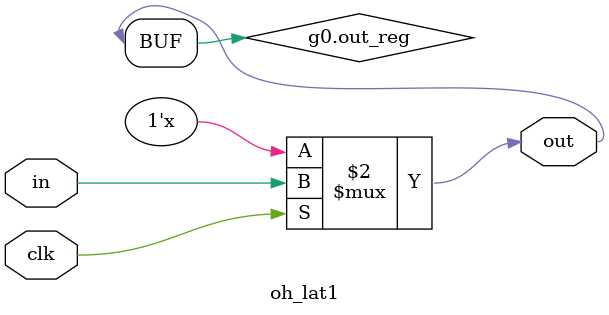
<source format=v>

module oh_lat1 #(parameter DW    = 1, //data width
		 parameter ASIC  = 0  // use ASIC lib
		 )
   ( input 	     clk, // clk, latch when clk=1
     input [DW-1:0]  in,  // input data
     output [DW-1:0] out  // output data (stable/latched when clk=0)
     );

   generate
      if(ASIC)
	begin : g0
	   asic_lat1 i_lat [DW-1:0] (.clk(clk),
				     .in(in[DW-1:0]),
				     .out(out[DW-1:0]));
	end
      else
	begin : g0
	   reg [DW-1:0] out_reg;	   
	   always @ (clk or in)
	     if (clk)
	       out_reg[DW-1:0] <= in[DW-1:0];
	   assign out[DW-1:0] = out_reg[DW-1:0];	   
	end
   endgenerate
   
endmodule // oh_lat1

</source>
